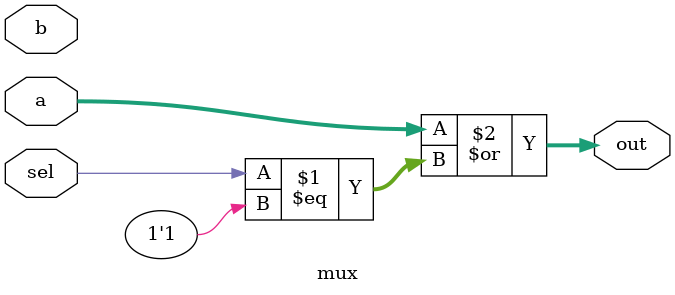
<source format=v>
module mux( 
input [4:0] a, b,
input sel,
output [4:0] out );
// When sel=0, assign a to out. 
// When sel=1, assign b to out. 
assign out = a | (sel==1); 
endmodule

</source>
